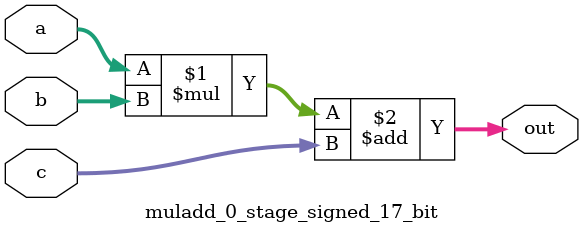
<source format=sv>
(* use_dsp = "yes" *) module muladd_0_stage_signed_17_bit(
	input signed [16:0] a,
	input signed [16:0] b,
	input signed [16:0] c,
	output [16:0] out
	);

	assign out = (a * b) + c;
endmodule

</source>
